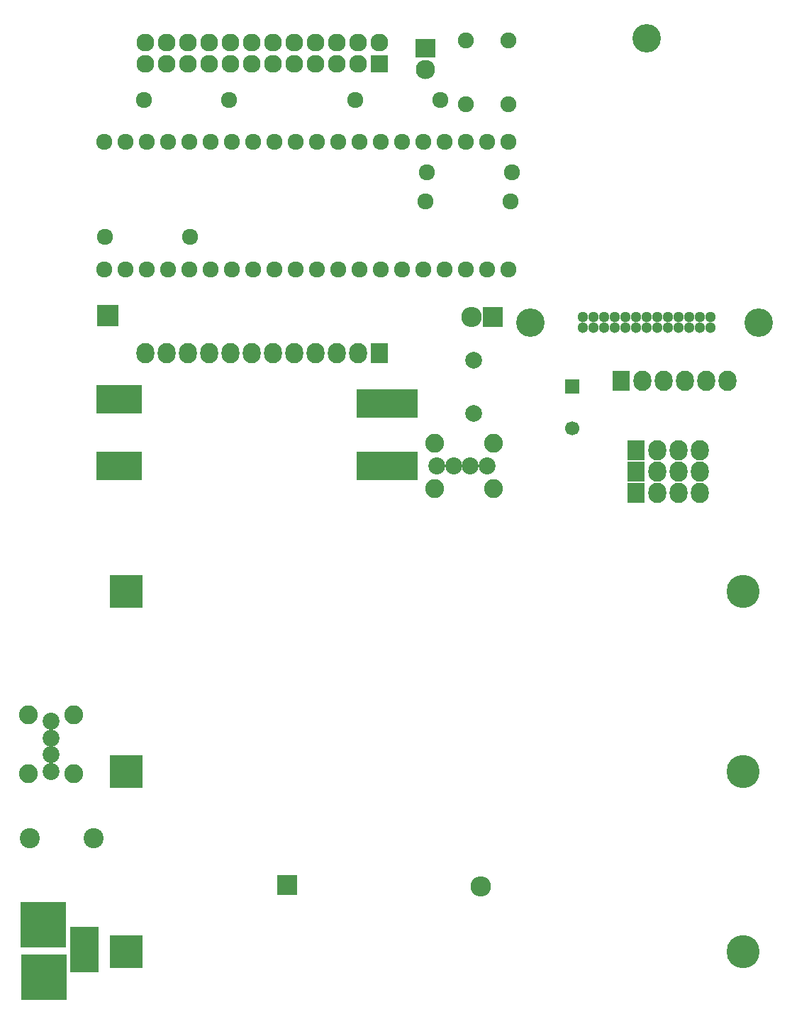
<source format=gbr>
G04 #@! TF.FileFunction,Soldermask,Bot*
%FSLAX46Y46*%
G04 Gerber Fmt 4.6, Leading zero omitted, Abs format (unit mm)*
G04 Created by KiCad (PCBNEW 4.0.2+dfsg1-stable) date 2017年09月12日 18時24分26秒*
%MOMM*%
G01*
G04 APERTURE LIST*
%ADD10C,0.100000*%
%ADD11C,3.400000*%
%ADD12C,1.300000*%
%ADD13R,3.956000X3.956000*%
%ADD14C,3.956000*%
%ADD15R,2.400000X2.300000*%
%ADD16C,2.300000*%
%ADD17R,2.127200X2.432000*%
%ADD18O,2.127200X2.432000*%
%ADD19C,1.924000*%
%ADD20C,1.900000*%
%ADD21R,2.432000X2.432000*%
%ADD22O,2.432000X2.432000*%
%ADD23R,2.127200X2.127200*%
%ADD24O,2.127200X2.127200*%
%ADD25R,1.700000X1.700000*%
%ADD26C,1.700000*%
%ADD27R,3.399740X5.401260*%
%ADD28R,5.401260X5.401260*%
%ADD29R,2.635200X2.635200*%
%ADD30C,2.020000*%
%ADD31C,2.250000*%
%ADD32C,2.000200*%
%ADD33C,2.400000*%
%ADD34R,7.400000X3.400000*%
%ADD35R,5.400000X3.400000*%
G04 APERTURE END LIST*
D10*
D11*
X167045600Y-37184800D03*
X153145600Y-71084800D03*
X180445600Y-71084800D03*
D12*
X174665600Y-71719800D03*
X174665600Y-70449800D03*
X173395600Y-71719800D03*
X173395600Y-70449800D03*
X172125600Y-71719800D03*
X172125600Y-70449800D03*
X170855600Y-71719800D03*
X170855600Y-70449800D03*
X169585600Y-71719800D03*
X169585600Y-70449800D03*
X168315600Y-71719800D03*
X168315600Y-70449800D03*
X167045600Y-71719800D03*
X167045600Y-70449800D03*
X165775600Y-71719800D03*
X165775600Y-70449800D03*
X164505600Y-71719800D03*
X164505600Y-70449800D03*
X163235600Y-71719800D03*
X163235600Y-70449800D03*
X161965600Y-71719800D03*
X161965600Y-70449800D03*
X160695600Y-71719800D03*
X160695600Y-70449800D03*
X159425600Y-71719800D03*
X159425600Y-70449800D03*
D13*
X104875600Y-124744800D03*
D14*
X178535600Y-124744800D03*
D15*
X140629600Y-38318800D03*
D16*
X140629600Y-40858800D03*
D17*
X163997600Y-78069800D03*
D18*
X166537600Y-78069800D03*
X169077600Y-78069800D03*
X171617600Y-78069800D03*
X174157600Y-78069800D03*
X176697600Y-78069800D03*
D19*
X132247600Y-44541800D03*
X142407600Y-44541800D03*
X150789600Y-56606800D03*
X140629600Y-56606800D03*
X140832800Y-53177800D03*
X150992800Y-53177800D03*
D20*
X150535600Y-45049800D03*
X145455600Y-45049800D03*
X150535600Y-37429800D03*
X145455600Y-37429800D03*
D21*
X124085600Y-138244800D03*
D22*
X147273600Y-138460800D03*
D19*
X102275600Y-64734800D03*
X104815600Y-64734800D03*
X107355600Y-64734800D03*
X109895600Y-64734800D03*
X112435600Y-64734800D03*
X114975600Y-64734800D03*
X117515600Y-64734800D03*
X120055600Y-64734800D03*
X122595600Y-64734800D03*
X125135600Y-64734800D03*
X127675600Y-64734800D03*
X130215600Y-64734800D03*
X132755600Y-64734800D03*
X135295600Y-64734800D03*
X137835600Y-64734800D03*
X140375600Y-64734800D03*
X142915600Y-64734800D03*
X145455600Y-64734800D03*
X147995600Y-64734800D03*
X150535600Y-64734800D03*
X150535600Y-49494800D03*
X147995600Y-49494800D03*
X145455600Y-49494800D03*
X142915600Y-49494800D03*
X140375600Y-49494800D03*
X137835600Y-49494800D03*
X135295600Y-49494800D03*
X132755600Y-49494800D03*
X130215600Y-49494800D03*
X127675600Y-49494800D03*
X125135600Y-49494800D03*
X122595600Y-49494800D03*
X120055600Y-49494800D03*
X117515600Y-49494800D03*
X114975600Y-49494800D03*
X112435600Y-49494800D03*
X109895600Y-49494800D03*
X107355600Y-49494800D03*
X104815600Y-49494800D03*
X102275600Y-49494800D03*
D21*
X148630600Y-70449800D03*
D22*
X146090600Y-70449800D03*
D23*
X135085600Y-40244800D03*
D24*
X135085600Y-37704800D03*
X132545600Y-40244800D03*
X132545600Y-37704800D03*
X130005600Y-40244800D03*
X130005600Y-37704800D03*
X127465600Y-40244800D03*
X127465600Y-37704800D03*
X124925600Y-40244800D03*
X124925600Y-37704800D03*
X122385600Y-40244800D03*
X122385600Y-37704800D03*
X119845600Y-40244800D03*
X119845600Y-37704800D03*
X117305600Y-40244800D03*
X117305600Y-37704800D03*
X114765600Y-40244800D03*
X114765600Y-37704800D03*
X112225600Y-40244800D03*
X112225600Y-37704800D03*
X109685600Y-40244800D03*
X109685600Y-37704800D03*
X107145600Y-40244800D03*
X107145600Y-37704800D03*
D25*
X158155600Y-78704800D03*
D26*
X158155600Y-83704800D03*
D27*
X99886200Y-145993600D03*
D28*
X95034800Y-142993860D03*
X95085600Y-149244800D03*
D29*
X102656600Y-70246600D03*
D17*
X135085600Y-74744800D03*
D18*
X132545600Y-74744800D03*
X130005600Y-74744800D03*
X127465600Y-74744800D03*
X124925600Y-74744800D03*
X122385600Y-74744800D03*
X119845600Y-74744800D03*
X117305600Y-74744800D03*
X114765600Y-74744800D03*
X112225600Y-74744800D03*
X109685600Y-74744800D03*
X107145600Y-74744800D03*
D30*
X147995600Y-88229800D03*
X145995600Y-88229800D03*
X143995600Y-88229800D03*
D31*
X148725600Y-90949800D03*
D30*
X141995600Y-88229800D03*
D31*
X141725600Y-90949800D03*
X148725600Y-85509800D03*
X141725600Y-85509800D03*
D30*
X95925600Y-118709800D03*
X95925600Y-120709800D03*
X95925600Y-122709800D03*
D31*
X98645600Y-117979800D03*
D30*
X95925600Y-124709800D03*
D31*
X98645600Y-124979800D03*
X93205600Y-117979800D03*
X93205600Y-124979800D03*
D17*
X165775600Y-86324800D03*
D18*
X168315600Y-86324800D03*
X170855600Y-86324800D03*
X173395600Y-86324800D03*
D17*
X165775600Y-88864800D03*
D18*
X168315600Y-88864800D03*
X170855600Y-88864800D03*
X173395600Y-88864800D03*
D17*
X165775600Y-91404800D03*
D18*
X168315600Y-91404800D03*
X170855600Y-91404800D03*
X173395600Y-91404800D03*
D19*
X112511800Y-60874000D03*
X102351800Y-60874000D03*
X106974600Y-44541800D03*
X117134600Y-44541800D03*
D32*
X146395400Y-81981400D03*
X146395400Y-75631400D03*
D33*
X93395760Y-132679800D03*
X100995440Y-132679800D03*
D34*
X136085600Y-80744800D03*
X136085600Y-88244800D03*
D35*
X104085600Y-88244800D03*
X104085600Y-80244800D03*
D13*
X104875600Y-146244800D03*
D14*
X178535600Y-146244800D03*
D13*
X104875600Y-103244800D03*
D14*
X178535600Y-103244800D03*
M02*

</source>
